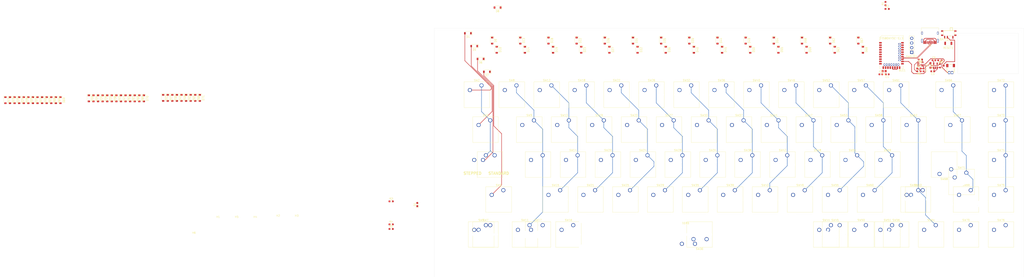
<source format=kicad_pcb>
(kicad_pcb (version 20210108) (generator pcbnew)
  (layers (0 "F.Cu" signal) (31 "B.Cu" signal) (34 "B.Paste" user) (35 "F.Paste" user) (36 "B.SilkS" user "B.Silkscreen") (37 "F.SilkS" user "F.Silkscreen") (38 "B.Mask" user) (39 "F.Mask" user) (44 "Edge.Cuts" user))
  (net 0 "")
  (net 2 "BATT_SWITCHED")
  (net 3 "VBAT")
  (net 4 "GND")
  (net 5 "Net-(C3-Pad1)")
  (net 6 "VBUS")
  (net 7 "VDD_H")
  (net 8 "P0.05")
  (net 9 "Net-(D1-Pad1)")
  (net 10 "Net-(D3-Pad1)")
  (net 11 "Net-(D4-Pad2)")
  (net 12 "Row0")
  (net 13 "Net-(D5-Pad2)")
  (net 14 "Row1")
  (net 15 "Net-(D6-Pad2)")
  (net 16 "Row2")
  (net 17 "Net-(D7-Pad2)")
  (net 18 "Row3")
  (net 19 "Net-(D8-Pad2)")
  (net 20 "Row4")
  (net 21 "Net-(D9-Pad2)")
  (net 22 "Net-(D10-Pad2)")
  (net 23 "Net-(D11-Pad2)")
  (net 24 "Net-(D12-Pad2)")
  (net 25 "Net-(D13-Pad2)")
  (net 26 "Net-(D14-Pad2)")
  (net 27 "Net-(D15-Pad2)")
  (net 28 "Net-(D16-Pad2)")
  (net 29 "Net-(D17-Pad2)")
  (net 30 "Net-(D18-Pad2)")
  (net 31 "Net-(D19-Pad2)")
  (net 32 "Net-(D20-Pad2)")
  (net 33 "Net-(D21-Pad2)")
  (net 34 "Net-(D22-Pad2)")
  (net 35 "Net-(D23-Pad2)")
  (net 36 "Net-(D24-Pad2)")
  (net 37 "Net-(D25-Pad2)")
  (net 38 "Net-(D26-Pad2)")
  (net 39 "Net-(D27-Pad2)")
  (net 40 "Net-(D28-Pad2)")
  (net 41 "Net-(D29-Pad2)")
  (net 42 "Net-(D30-Pad2)")
  (net 43 "Net-(D31-Pad2)")
  (net 44 "Net-(D32-Pad2)")
  (net 45 "Net-(D33-Pad2)")
  (net 46 "Net-(D34-Pad2)")
  (net 47 "Net-(D35-Pad2)")
  (net 48 "Net-(D36-Pad2)")
  (net 49 "Net-(D37-Pad2)")
  (net 50 "Net-(D38-Pad2)")
  (net 51 "Net-(D39-Pad2)")
  (net 52 "Net-(D40-Pad2)")
  (net 53 "Net-(D41-Pad2)")
  (net 54 "Net-(D42-Pad2)")
  (net 55 "Net-(D43-Pad2)")
  (net 56 "Net-(D44-Pad2)")
  (net 57 "Net-(D45-Pad2)")
  (net 58 "Net-(D46-Pad2)")
  (net 59 "Net-(D47-Pad2)")
  (net 60 "Net-(D48-Pad2)")
  (net 61 "Net-(D49-Pad2)")
  (net 62 "Net-(D50-Pad2)")
  (net 63 "Net-(D51-Pad2)")
  (net 64 "Net-(D52-Pad2)")
  (net 65 "Net-(D53-Pad2)")
  (net 66 "Net-(D54-Pad2)")
  (net 67 "Net-(D55-Pad2)")
  (net 68 "Net-(D56-Pad2)")
  (net 69 "Net-(D57-Pad2)")
  (net 70 "Net-(D58-Pad2)")
  (net 71 "Net-(D59-Pad2)")
  (net 72 "Net-(D60-Pad2)")
  (net 73 "Net-(D61-Pad2)")
  (net 74 "Net-(D62-Pad2)")
  (net 75 "Net-(D63-Pad2)")
  (net 76 "Net-(D64-Pad2)")
  (net 77 "Net-(D65-Pad2)")
  (net 78 "Net-(D66-Pad2)")
  (net 79 "Net-(D67-Pad2)")
  (net 80 "Net-(D68-Pad2)")
  (net 81 "Net-(D69-Pad2)")
  (net 82 "Net-(D70-Pad2)")
  (net 83 "Net-(D71-Pad2)")
  (net 91 "D-")
  (net 92 "D+")
  (net 93 "Net-(J1-PadB5)")
  (net 95 "Net-(J1-PadA5)")
  (net 96 "BATTERY_MEASURE")
  (net 97 "Net-(R6-Pad2)")
  (net 98 "Net-(R8-Pad1)")
  (net 99 "RESET")
  (net 100 "Col0")
  (net 101 "Col1")
  (net 102 "Col2")
  (net 103 "Col3")
  (net 104 "Col4")
  (net 105 "Col5")
  (net 106 "Col6")
  (net 107 "Col7")
  (net 108 "Col8")
  (net 109 "Col9")
  (net 110 "Col10")
  (net 111 "Col11")
  (net 112 "Col12")
  (net 113 "Col13")
  (net 114 "Col14")
  (net 115 "SWC")
  (net 116 "SWD")
  (net 117 "row4")
  (net 119 "row3")
  (net 127 "ENCB")
  (net 128 "ENCA")
  (net 133 "row2")
  (net 137 "col0")
  (net 138 "col1")
  (net 139 "col2")
  (net 140 "col3")
  (net 141 "col4")
  (net 142 "col5")
  (net 143 "row1")
  (net 144 "row0")
  (net 145 "Net-(BLE1-Pad13)")
  (net 146 "Net-(BLE1-Pad11)")
  (footprint "Diode_SMD:D_SOD-123" (layer "F.Cu") (at 211.858204 9.13 -90)
    (fp_text reference "D59")
    (fp_text value "D")
  )
  (footprint "Button_Switch_Keyboard:SW_Cherry_MX_1.00u_PCB" (layer "F.Cu") (at 229.9 85.725)
    (fp_text reference "SW55")
    (fp_text value ".")
  )
  (footprint "Diode_SMD:D_SOD-123" (layer "F.Cu") (at -212.4275 36.63 -90)
    (fp_text reference "D33")
    (fp_text value "D")
  )
  (footprint "MountingHole:MountingHole_4.3mm_M4" (layer "F.Cu") (at -109.005 105.543)
    (fp_text reference "H1")
    (fp_text value "MountingHole_Pad")
  )
  (footprint "Resistor_SMD:R_0603_1608Metric_Pad0.98x0.95mm_HandSolder" (layer "F.Cu") (at 284.535 14.88 180)
    (fp_text reference "R7")
    (fp_text value "100k")
  )
  (footprint "Package_TO_SOT_SMD:SOT-23-5" (layer "F.Cu") (at 282.1225 17.88 90)
    (fp_text reference "U2")
    (fp_text value "AP2112K-3.3")
  )
  (footprint "Button_Switch_Keyboard:SW_Cherry_MX_1.00u_PCB" (layer "F.Cu") (at 101.3125 47.625)
    (fp_text reference "SW19")
    (fp_text value "E")
  )
  (footprint "Resistor_SMD:R_0603_1608Metric_Pad0.98x0.95mm_HandSolder" (layer "F.Cu") (at 254.8725 -16.0325 90)
    (fp_text reference "R1")
    (fp_text value "820k")
  )
  (footprint "Resistor_SMD:R_0603_1608Metric_Pad0.98x0.95mm_HandSolder" (layer "F.Cu") (at 273.8725 14.4675 180)
    (fp_text reference "R8")
    (fp_text value "10k")
  )
  (footprint "Diode_SMD:D_SOD-123" (layer "F.Cu") (at 43.3725 -13.87 180)
    (fp_text reference "D8")
    (fp_text value "D")
  )
  (footprint "Button_Switch_Keyboard:SW_Cherry_MX_1.50u_PCB" (layer "F.Cu") (at 67.975 104.775)
    (fp_text reference "SW17")
    (fp_text value "L_ALT_1.5U")
  )
  (footprint "Capacitor_SMD:C_0603_1608Metric" (layer "F.Cu") (at 275.6225 20.13 -90)
    (fp_text reference "C4")
    (fp_text value "1uF")
  )
  (footprint "Button_Switch_Keyboard:SW_Cherry_MX_1.00u_PCB" (layer "F.Cu") (at 53.6875 28.575)
    (fp_text reference "SW8")
    (fp_text value "1")
  )
  (footprint "Diode_SMD:D_SOD-123" (layer "F.Cu") (at 196.501062 9.13 -90)
    (fp_text reference "D55")
    (fp_text value "D")
  )
  (footprint "Button_Switch_Keyboard:SW_Cherry_MX_1.00u_PCB" (layer "F.Cu") (at 225.1375 104.775)
    (fp_text reference "SW44")
    (fp_text value "R_ALT_1U")
  )
  (footprint "Button_Switch_Keyboard:SW_Cherry_MX_1.00u_PCB" (layer "F.Cu") (at 206.0875 28.575)
    (fp_text reference "SW46")
    (fp_text value "9")
  )
  (footprint "COBoards:MX_1.75U_STEPPEDCAPS" (layer "F.Cu") (at 34.47875 71.755)
    (fp_text reference "SW1" hide)
    (fp_text value "CAP_STP")
  )
  (footprint "Button_Switch_Keyboard:SW_Cherry_MX_1.00u_PCB" (layer "F.Cu") (at 153.7 85.725)
    (fp_text reference "SW35")
    (fp_text value "B")
  )
  (footprint "Button_Switch_Keyboard:SW_Cherry_MX_2.25u_PCB" (layer "F.Cu") (at 46.54375 85.725)
    (fp_text reference "SW5")
    (fp_text value "L_SHFT")
  )
  (footprint "Diode_SMD:D_SOD-123" (layer "F.Cu") (at -161.9275 35.63 -90)
    (fp_text reference "D47")
    (fp_text value "D")
  )
  (footprint "Button_Switch_Keyboard:SW_Cherry_MX_1.00u_PCB" (layer "F.Cu") (at 248.95 85.725)
    (fp_text reference "SW60")
    (fp_text value "/")
  )
  (footprint "Capacitor_SMD:C_0603_1608Metric" (layer "F.Cu") (at 252.3475 22.53)
    (fp_text reference "C2")
    (fp_text value "22pF")
  )
  (footprint "Button_Switch_Keyboard:SW_Cherry_MX_1.00u_PCB" (layer "F.Cu") (at 215.6125 47.625)
    (fp_text reference "SW47")
    (fp_text value "O")
  )
  (footprint "Button_Switch_Keyboard:SW_Cherry_MX_1.00u_PCB" (layer "F.Cu") (at 187.0375 28.575)
    (fp_text reference "SW40")
    (fp_text value "8")
  )
  (footprint "Diode_SMD:D_SOD-123" (layer "F.Cu") (at -123.9275 35.38 -90)
    (fp_text reference "D61")
    (fp_text value "D")
  )
  (footprint "Button_Switch_Keyboard:SW_Cherry_MX_1.00u_PCB" (layer "F.Cu") (at 163.225 66.675)
    (fp_text reference "SW34")
    (fp_text value "H")
  )
  (footprint "MountingHole:MountingHole_4.3mm_M4" (layer "F.Cu") (at -76.235 104.883)
    (fp_text reference "H2")
    (fp_text value "MountingHole_Pad")
  )
  (footprint "COBoards:E73-2G4M08S1C" (layer "F.Cu") (at 251.6225 19.38 180)
    (fp_text reference "BLE1")
    (fp_text value "E73-2G4M08S1C")
  )
  (footprint "Button_Switch_Keyboard:SW_Cherry_MX_1.00u_PCB" (layer "F.Cu") (at 191.8 85.725)
    (fp_text reference "SW43")
    (fp_text value "M")
  )
  (footprint "Diode_SMD:D_SOD-123" (layer "F.Cu") (at -118.9275 35.38 -90)
    (fp_text reference "D71")
    (fp_text value "D")
  )
  (footprint "Diode_SMD:D_SOD-123" (layer "F.Cu") (at -209.9275 36.63 -90)
    (fp_text reference "D37")
    (fp_text value "D")
  )
  (footprint "Diode_SMD:D_SOD-123" (layer "F.Cu") (at -156.9275 35.63 -90)
    (fp_text reference "D57")
    (fp_text value "D")
  )
  (footprint "Button_Switch_Keyboard:SW_Cherry_MX_1.00u_PCB" (layer "F.Cu") (at 234.6625 47.625)
    (fp_text reference "SW53")
    (fp_text value "P")
  )
  (footprint "Diode_SMD:D_SOD-123" (layer "F.Cu") (at 27.2225 0.13 180)
    (fp_text reference "D4")
    (fp_text value "D")
  )
  (footprint "Button_Switch_Keyboard:SW_Cherry_MX_1.00u_PCB" (layer "F.Cu") (at 72.7375 28.575)
    (fp_text reference "SW12")
    (fp_text value "2")
  )
  (footprint "Button_Switch_Keyboard:SW_Cherry_MX_1.00u_PCB" (layer "F.Cu") (at 320.3875 85.725)
    (fp_text reference "SW75")
    (fp_text value "PG_DWN")
  )
  (footprint "Diode_SMD:D_SOD-123" (layer "F.Cu") (at 89.001068 9.13 -90)
    (fp_text reference "D23")
    (fp_text value "D")
  )
  (footprint "Button_Switch_Keyboard:SW_Cherry_MX_1.00u_PCB" (layer "F.Cu") (at 225.1375 28.575)
    (fp_text reference "SW52")
    (fp_text value "0")
  )
  (footprint "LED_SMD:LED_0603_1608Metric_Pad1.05x0.95mm_HandSolder" (layer "F.Cu") (at -0.3775 93.53 90)
    (fp_text reference "D1")
    (fp_text value "LED")
  )
  (footprint "Button_Switch_Keyboard:SW_Cherry_MX_1.00u_PCB" (layer "F.Cu") (at 201.325 66.675)
    (fp_text reference "SW42")
    (fp_text value "K")
  )
  (footprint "Button_Switch_Keyboard:SW_Cherry_MX_1.00u_PCB" (layer "F.Cu") (at 320.3875 47.625)
    (fp_text reference "SW73")
    (fp_text value "Del")
  )
  (footprint "Diode_SMD:D_SOD-123" (layer "F.Cu") (at 242.5725 9.13 -90)
    (fp_text reference "D68")
    (fp_text value "D")
  )
  (footprint "Diode_SMD:D_SOD-123" (layer "F.Cu") (at -164.4275 35.63 -90)
    (fp_text reference "D42")
    (fp_text value "D")
  )
  (footprint "Diode_SMD:D_SOD-123" (layer "F.Cu") (at 117.215352 4.13 -90)
    (fp_text reference "D31")
    (fp_text value "D")
  )
  (footprint "Diode_SMD:D_SOD-123" (layer "F.Cu") (at 101.85821 4.13 -90)
    (fp_text reference "D26")
    (fp_text value "D")
  )
  (footprint "Diode_SMD:D_SOD-123" (layer "F.Cu") (at 150.429636 9.13 -90)
    (fp_text reference "D40")
    (fp_text value "D")
  )
  (footprint "Button_Switch_Keyboard:SW_Cherry_MX_1.00u_PCB" (layer "F.Cu") (at 301.3375 85.725)
    (fp_text reference "SW69")
    (fp_text value "UP")
  )
  (footprint "Button_Switch_Keyboard:SW_Cherry_MX_1.00u_PCB" (layer "F.Cu") (at 106.075 66.675)
    (fp_text reference "SW20")
    (fp_text value "D")
  )
  (footprint "Package_TO_SOT_SMD:SOT-23-5" (layer "F.Cu") (at 273.8725 16.88)
    (fp_text reference "U1")
    (fp_text value "TP4054")
  )
  (footprint "Button_Switch_Keyboard:SW_Cherry_MX_1.75u_PCB" (layer "F.Cu") (at 275.14375 85.725)
    (fp_text reference "SW63")
    (fp_text value "R_SHFT_1.75U")
  )
  (footprint "Diode_SMD:D_SOD-123" (layer "F.Cu") (at -217.4275 36.63 -90)
    (fp_text reference "D24")
    (fp_text value "D")
  )
  (footprint "Diode_SMD:D_SOD-123" (layer "F.Cu") (at 132.572494 4.13 -90)
    (fp_text reference "D35")
    (fp_text value "D")
  )
  (footprint "LED_SMD:LED_0603_1608Metric_Pad1.05x0.95mm_HandSolder" (layer "F.Cu") (at 273.1225 19.38)
    (fp_text reference "D3")
    (fp_text value "LED")
  )
  (footprint "MountingHole:MountingHole_4.3mm_M4" (layer "F.Cu") (at -98.855 105.543)
    (fp_text reference "H5")
    (fp_text value "MountingHole_Pad")
  )
  (footprint "Diode_SMD:D_SOD-123" (layer "F.Cu") (at 165.786778 9.13 -90)
    (fp_text reference "D45")
    (fp_text value "D")
  )
  (footprint "Diode_SMD:D_SOD-123" (layer "F.Cu") (at -133.9275 35.38 -90)
    (fp_text reference "D30")
    (fp_text value "D")
  )
  (footprint "COBoards:SM02B-SRSS-TB(LF)(SN)" (layer "F.Cu") (at 290.3725 19.63 180)
    (fp_text reference "J2")
    (fp_text value "SM02B-SRSS-TB(LF)(SN)")
  )
  (footprint "Diode_SMD:D_SOD-123" (layer "F.Cu") (at 71.143926 4.13 -90)
    (fp_text reference "D18")
    (fp_text value "D")
  )
  (footprint "MountingHole:MountingHole_4.3mm_M4" (layer "F.Cu") (at -88.705 105.543)
    (fp_text reference "H4")
    (fp_text value "MountingHole_Pad")
  )
  (footprint "Diode_SMD:D_SOD-123" (layer "F.Cu") (at -128.9275 35.38 -90)
    (fp_text reference "D48")
    (fp_text value "D")
  )
  (footprint "Diode_SMD:D_SOD-123" (layer "F.Cu") (at 58.286784 9.13 -90)
    (fp_text reference "D14")
    (fp_text value "D")
  )
  (footprint "Diode_SMD:D_SOD-123" (layer "F.Cu") (at -131.4275 35.38 -90)
    (fp_text reference "D43")
    (fp_text value "D")
  )
  (footprint "Diode_SMD:D_SOD-123" (layer "F.Cu") (at -126.4275 35.38 -90)
    (fp_text reference "D53")
    (fp_text value "D")
  )
  (footprint "Diode_SMD:D_SOD-123" (layer "F.Cu") (at -214.9275 36.63 -90)
    (fp_text reference "D28")
    (fp_text value "D")
  )
  (footprint "Diode_SMD:D_SOD-323_HandSoldering" (layer "F.Cu") (at 279.3725 17.63 90)
    (fp_text reference "D2")
    (fp_text value "1N5819")
  )
  (footprint "Diode_SMD:D_SOD-123" (layer "F.Cu") (at -174.4275 35.63 -90)
    (fp_text reference "D25")
    (fp_text value "D")
  )
  (footprint "Diode_SMD:D_SOD-123" (layer "F.Cu") (at 163.286778 4.13 -90)
    (fp_text reference "D44")
    (fp_text value "D")
  )
  (footprint "Button_Switch_Keyboard:SW_Cherry_MX_1.50u_PCB" (layer "F.Cu") (at 39.4 47.625)
    (fp_text reference "SW3")
    (fp_text value "Tab")
  )
  (footprint "Button_Switch_Keyboard:SW_Cherry_MX_1.50u_PCB" (layer "F.Cu") (at 272.7625 85.725)
    (fp_text reference "SW65")
    (fp_text value "R_SHFT_1.5U")
  )
  (footprint "Resistor_SMD:R_0603_1608Metric_Pad0.98x0.95mm_HandSolder" (layer "F.Cu") (at -14.6275 106.84)
    (fp_text reference "R5")
    (fp_text value "1k")
  )
  (footprint "Diode_SMD:D_SOD-123" (layer "F.Cu") (at 178.64392 4.13 -90)
    (fp_text reference "D49")
    (fp_text value "D")
  )
  (footprint "Button_Switch_Keyboard:SW_Cherry_MX_6.25u_PCB" (layer "F.Cu") (at 94.01 119.38 180)
    (fp_text reference "SW30")
    (fp_text value "SPC_6.25U")
  )
  (footprint "Diode_SMD:D_SOD-123" (layer "F.Cu") (at 86.501068 4.13 -90)
    (fp_text reference "D22")
    (fp_text value "D")
  )
  (footprint "Diode_SMD:D_SOD-123" (layer "F.Cu") (at -194.9275 36.63 -90)
    (fp_text reference "D69")
    (fp_text value "D")
  )
  (footprint "Connector_USB:USB_C_Receptacle_HRO_TYPE-C-31-M-12" (layer "F.Cu") (at 279.1225 1.13 180)
    (fp_text reference "J1")
    (fp_text value "C165948_-_USB_C_Receptacle_USB2.0_SMD")
  )
  (footprint "Diode_SMD:D_SOD-123" (layer "F.Cu") (at -199.9275 36.63 -90)
    (fp_text reference "D56")
    (fp_text value "D")
  )
  (footprint "Button_Switch_Keyboard:SW_Cherry_MX_1.00u_PCB" (layer "F.Cu") (at 120.3625 47.625)
    (fp_text reference "SW23")
    (fp_text value "R")
  )
  (footprint "Button_Switch_Keyboard:SW_Cherry_MX_1.50u_PCB" (layer "F.Cu") (at 258.475 104.775)
    (fp_text reference "SW51")
    (fp_text value "R_CTRL_1.5U")
  )
  (footprint "Capacitor_SMD:C_0603_1608Metric" (layer "F.Cu") (at 255.8475 22.53 180)
    (fp_text reference "C1")
    (fp_text value "22pF")
  )
  (footprint "Resistor_SMD:R_0603_1608Metric_Pad0.98x0.95mm_HandSolder" (layer "F.Cu") (at 273.1225 20.88 180)
    (fp_text reference "R6")
    (fp_text value "1k")
  )
  (footprint "COBoards:SW-TH_MSK12C02" (layer "F.Cu") (at 289.3725 0.63 180)
    (fp_text reference "BATT1")
    (fp_text value "SW_SPDT" hide)
  )
  (footprint "Diode_SMD:D_SOD-123" (layer "F.Cu") (at -171.9275 35.63 -90)
    (fp_text reference "D29")
    (fp_text value "D")
  )
  (footprint "Diode_SMD:D_SOD-123" (layer "F.Cu") (at -224.9275 36.63 -90)
    (fp_text reference "D11")
    (fp_text value "D")
  )
  (footprint "Button_Switch_Keyboard:SW_Cherry_MX_1.00u_PCB" (layer "F.Cu") (at 282.2875 104.775)
    (fp_text reference "SW64")
    (fp_text value "LEFT")
  )
  (footprint "Capacitor_SMD:C_0603_1608Metric" (layer "F.Cu") (at 281.285 14.88)
    (fp_text reference "C5")
    (fp_text value "10uF")
  )
  (footprint "Button_Switch_Keyboard:SW_Cherry_MX_1.00u_PCB" (layer "F.Cu") (at 144.175 66.675)
    (fp_text reference "SW28")
    (fp_text value "G")
  )
  (footprint "Diode_SMD:D_SOD-123" (layer "F.Cu") (at -154.4275 35.63 -90)
    (fp_text reference "D60")
    (fp_text value "D")
  )
  (footprint "COBoards:MX_7U" (layer "F.Cu") (at 146.3975 109.855 180)
    (fp_text reference "SW31")
    (fp_text value "SPC_7U")
  )
  (footprint "Button_Switch_Keyboard:SW_Cherry_MX_1.00u_PCB" (layer "F.Cu") (at 125.125 66.675)
    (fp_text reference "SW24")
    (fp_text value "F")
  )
  (footprint "Diode_SMD:D_SOD-123" (layer "F.Cu") (at 73.643926 9.13 -90)
    (fp_text reference "D19")
    (fp_text value "D")
  )
  (footprint "Button_Switch_Keyboard:SW_Cherry_MX_1.00u_PCB" (layer "F.Cu") (at 91.7875 28.575)
    (fp_text reference "SW18")
    (fp_text value "3")
  )
  (footprint "Button_Switch_Keyboard:SW_Cherry_MX_1.00u_PCB" (layer "F.Cu") (at 320.3875 104.775)
    (fp_text reference "SW76")
    (fp_text value "RIGHT")
  )
  (footprint "Diode_SMD:D_SOD-123" (layer "F.Cu") (at 224.715346 4.13 -90)
    (fp_text reference "D62")
    (fp_text value "D")
  )
  (footprint "Button_Switch_Keyboard:SW_Cherry_MX_1.00u_PCB" (layer "F.Cu") (at 172.75 85.725)
    (fp_text reference "SW39")
    (fp_text value "N")
  )
  (footprint "Diode_SMD:D_SOD-123" (layer "F.Cu") (at 34.1225 14.13 180)
    (fp_text reference "D6")
    (fp_text value "D")
  )
  (footprint "Button_Switch_Keyboard:SW_Cherry_MX_1.00u_PCB" (layer "F.Cu") (at 258.475 66.675)
    (fp_text reference "SW59")
    (fp_text value "'")
  )
  (footprint "Button_Switch_Keyboard:SW_Cherry_MX_1.00u_PCB" (layer "F.Cu") (at 82.2625 47.625)
    (fp_text reference "SW13")
    (fp_text value "W")
  )
  (footprint "Diode_SMD:D_SOD-123" (layer "F.Cu") (at -159.4275 35.63 -90)
    (fp_text reference "D52")
    (fp_text value "D")
  )
  (footprint "Capacitor_SMD:C_0603_1608Metric" (layer "F.Cu") (at 280.6225 20.88 180)
    (fp_text reference "C3")
    (fp_text value "4.7uF")
  )
  (footprint "Diode_SMD:D_SOD-123" (layer "F.Cu") (at 37.5725 21.13 180)
    (fp_text reference "D7")
    (fp_text value "D")
  )
  (footprint "Diode_SMD:D_SOD-123" (layer "F.Cu") (at 227.215346 9.13 -90)
    (fp_text reference "D63")
    (fp_text value "D")
  )
  (footprint "Diode_SMD:D_SOD-123" (layer "F.Cu") (at -202.4275 36.63 -90)
    (fp_text reference "D51")
    (fp_text value "D")
  )
  (footprint "Diode_SMD:D_SOD-123" (layer "F.Cu") (at 240.0725 4.13 -90)
    (fp_text reference "D67")
    (fp_text value "D")
  )
  (footprint "Diode_SMD:D_SOD-123" (layer "F.Cu") (at -197.4275 36.63 -90)
    (fp_text reference "D64")
    (fp_text value "D")
  )
  (footprint "Button_Switch_Keyboard:SW_Cherry_MX_1.25u_PCB" (layer "F.Cu") (at 37.01875 104.775)
    (fp_text reference "SW6")
    (fp_text value "L_CTRL_1.25U")
  )
  (footprint "Resistor_SMD:R_0603_1608Metric_Pad0.98x0.95mm_HandSolder" (layer "F.Cu") (at -14.6275 91.78)
    (fp_text reference "R3")
    (fp_text value "5.1k")
  )
  (footprint "Diode_SMD:D_SOD-123" (layer "F.Cu") (at -219.9275 36.63 -90)
    (fp_text reference "D20")
    (fp_text value "D")
  )
  (footprint "Button_Switch_Keyboard:SW_Cherry_MX_1.00u_PCB" (layer "F.Cu") (at 63.2125 47.625)
    (fp_text reference "SW9")
    (fp_text value "Q")
  )
  (footprint "Button_Switch_Keyboard:SW_Cherry_MX_1.00u_PCB" (layer "F.Cu") (at 110.8375 28.575)
    (fp_text reference "SW22")
    (fp_text value "4")
  )
  (footprint "Diode_SMD:D_SOD-123" (layer "F.Cu") (at -138.9275 35.38 -90)
    (fp_text reference "D12")
    (fp_text value "D")
  )
  (footprint "MountingHole:MountingHole_4.3mm_M4" (layer "F.Cu") (at -122.155 114.193)
    (fp_text reference "H6")
    (fp_text value "MountingHole_Pad")
  )
  (footprint "Button_Switch_Keyboard:SW_Cherry_MX_1.00u_PCB" (layer "F.Cu") (at 34.6375 28.575)
    (fp_text reference "SW2")
    (fp_text value "ESC")
  )
  (footprint "Button_Switch_Keyboard:SW_Cherry_MX_1.00u_PCB" (layer "F.Cu") (at 196.5625 47.625)
    (fp_text reference "SW41")
    (fp_text value "I")
  )
  (footprint "Button_Switch_Keyboard:SW_Cherry_MX_1.00u_PCB" (layer "F.Cu") (at 167.9875 28.575)
    (fp_text reference "SW36")
    (fp_text value "7")
  )
  (footprint "Diode_SMD:D_SOD-123" (layer "F.Cu") (at -176.9275 35.63 -90)
    (fp_text reference "D21")
    (fp_text value "D")
  )
  (footprint "Diode_SMD:D_SOD-123" (layer "F.Cu") (at -222.4275 36.63 -90)
    (fp_text reference "D15")
    (fp_text value "D")
  )
  (footprint "Diode_SMD:D_SOD-123" (layer "F.Cu") (at 209.358204 4.13 -90)
    (fp_text reference "D58")
    (fp_text value "D")
  )
  (footprint "Diode_SMD:D_SOD-123" (layer "F.Cu") (at 42.929642 9.13 -90)
    (fp_text reference "D10")
    (fp_text value "D")
  )
  (footprint "Diode_SMD:D_SOD-123" (layer "F.Cu") (at 55.786784 4.13 -90)
    (fp_text reference "D13")
    (fp_text value "D")
  )
  (footprint "Button_Switch_Keyboard:SW_Cherry_MX_1.00u_PCB" (layer "F.Cu") (at 129.8875 28.575)
    (fp_text reference "SW26")
    (fp_text value "5")
  )
  (footprint "Diode_SMD:D_SOD-123" (layer "F.Cu") (at 181.14392 9.13 -90)
    (fp_text reference "D50")
    (fp_text value "D")
  )
  (footprint "Button_Switch_Keyboard:SW_Cherry_MX_1.00u_PCB" (layer "F.Cu") (at 87.025 66.675)
    (fp_text reference "SW14")
    (fp_text value "S")
  )
  (footprint "Button_Switch_Keyboard:SW_Cherry_MX_2.25u_PCB" (layer "F.Cu") (at 265.46 81.28 180)
    (fp_text reference "SW68")
    (fp_text value "ENT")
  )
  (footprint "Diode_SMD:D_SOD-123" (layer "F.Cu") (at 119.715352 9.13 -90)
    (fp_text reference "D32")
    (fp_text value "D")
  )
  (footprint "Button_Switch_Keyboard:SW_Cherry_MX_1.00u_PCB" (layer "F.Cu") (at 77.5 85.725)
    (fp_text reference "SW15")
    (fp_text value "Z")
  )
  (footprint "Diode_SMD:D_SOD-123" (layer "F.Cu") (at 194.001062 4.13 -90)
    (fp_text reference "D54")
    (fp_text value "D")
  )
  (footprint "Diode_SMD:D_SOD-123" (layer "F.Cu") (at -166.9275 35.63 -90)
    (fp_text reference "D38")
    (fp_text value "D")
  )
  (footprint "Button_Switch_Keyboard:SW_Cherry_MX_ISOEnter_PCB" (layer "F.Cu") (at 298.95625 76.2)
    (fp_text reference "SW71")
    (fp_text value "ENT_ISO")
  )
  (footprint "Crystal:Crystal_SMD_MicroCrystal_CM9V-T1A-2Pin_1.6x1.0mm_HandSoldering" (layer "F.Cu") (at 254.1225 20.78 180)
    (fp_text reference "Y1")
    (fp_text value "32.768kHz")
  )
  (footprint "Diode_SMD:D_SOD-123" (layer "F.Cu") (at -204.9275 36.63 -90)
    (fp_text reference "D46")
    (fp_text value "D")
  )
  (footprint "MountingHole:MountingHole_4.3mm_M4" (layer "F.Cu") (at -66.085 104.883)
    (fp_text reference "H3")
    (fp_text value "MountingHole_Pad")
  )
  (footprint "Diode_SMD:D_SOD-123" (layer "F.Cu") (at 104.35821 9.13 -90)
    (fp_text reference "D27")
    (fp_text value "D")
  )
  (footprint "Button_Switch_Keyboard:SW_Cherry_MX_1.25u_PCB" (layer "F.Cu") (at 84.64375 104.775)
    (fp_text reference "SW16")
    (fp_text value "L_ALT_1.25U")
  )
  (footprint "Package_TO_SOT_SMD:SOT-23" (layer "F.Cu") (at 285.6225 17.88)
    (fp_text reference "Q1")
    (fp_text value "Q_PMOS_GSD")
  )
  (footprint "Button_Switch_Keyboard:SW_Cherry_MX_1.00u_PCB" (layer "F.Cu") (at 263.2375 28.575)
    (fp_text reference "SW61")
    (fp_text value "=")
  )
  (footprint "Button_Switch_Keyboard:SW_Cherry_MX_1.00u_PCB" (layer "F.Cu") (at 139.4125 47.625)
    (fp_text reference "SW27")
    (fp_text value "T")
  )
  (footprint "Button_Switch_Keyboard:SW_Cherry_MX_1.50u_PCB" (layer "F.Cu") (at 296.575 47.625)
    (fp_text reference "SW67")
    (fp_text value "\\")
  )
  (footprint "Resistor_SMD:R_0603_1608Metric_Pad0.98x0.95mm_HandSolder" (layer "F.Cu") (at -14.6275 104.33)
    (fp_text reference "R4")
    (fp_text value "5.1k")
  )
  (footprint "Diode_SMD:D_SOD-123" (layer "F.Cu") (at 147.929636 4.13 -90)
    (fp_text reference "D39")
    (fp_text value "D")
  )
  (footprint "Button_Switch_Keyboard:SW_Cherry_MX_1.25u_PCB" (layer "F.Cu") (at 60.83125 104.775)
    (fp_text reference "SW11")
    (fp_text value "WIN_1.25U")
  )
  (footprint "Button_Switch_Keyboard:SW_Cherry_MX_1.00u_PCB" (layer "F.Cu") (at 253.7125 47.625)
    (fp_text reference "SW58")
    (fp_text value "[")
  )
  (footprint "Button_Switch_Keyboard:SW_Cherry_MX_1.50u_PCB" (layer "F.Cu") (at 39.4 104.775)
    (fp_text reference "SW7")
    (fp_text value "L_CTRL_1.5U")
  )
  (footprint "Button_Switch_Keyboard:SW_Cherry_MX_1.00u_PCB" (layer "F.Cu") (at 148.9375 28.575)
    (fp_text reference "SW32")
    (fp_text value "6")
  )
  (footprint "Button_Switch_Keyboard:SW_Cherry_MX_1.00u_PCB" (layer "F.Cu") (at 177.5125 47.625)
    (fp_text reference "SW37")
    (fp_text value "U")
  )
  (footprint "Button_Switch_Keyboard:SW_Cherry_MX_1.00u_PCB" (layer "F.Cu") (at 263.2375 104.775)
    (fp_text reference "SW56")
    (fp_text value "R_CTRL_1U")
  )
  (footprint "Button_Switch_Keyboard:SW_Cherry_MX_1.00u_PCB" (layer "F.Cu") (at 244.1875 28.575)
    (fp_text reference "SW57")
    (fp_text value "-")
  )
  (footprint "Button_Switch_Keyboard:SW_Cherry_MX_1.00u_PCB" (layer "F.Cu") (at 244.1875 104.775)
    (fp_text reference "SW50")
    (fp_text value "R_WIN_1U")
  )
  (footprint "Diode_SMD:D_SOD-123" (layer "F.Cu") (at -136.4275 35.38 -90)
    (fp_text reference "D17")
    (fp_text value "D")
  )
  (footprint "Button_Switch_Keyboard:SW_Cherry_MX_1.00u_PCB" (layer "F.Cu") (at 96.55 85.725)
    (fp_text reference "SW21")
    (fp_text value "X")
  )
  (footprint "Button_Switch_Keyboard:SW_Cherry_MX_1.00u_PCB" (layer "F.Cu") (at 272.7625 47.625)
    (fp_text reference "SW62")
    (fp_text value "]")
  )
  (footprint "Diode_SMD:D_SOD-123" (layer "F.Cu") (at 135.072494 9.13 -90)
    (fp_text reference "D36")
    (fp_text value "D")
  )
  (footprint "Button_Switch_Keyboard:SW_Cherry_MX_1.00u_PCB" (layer "F.Cu") (at 134.65 85.725)
    (fp_text reference "SW29")
    (fp_text value "V")
  )
  (footprint "Diode_SMD:D_SOD-123" (layer "F.Cu") (at -207.4275 36.63 -90)
    (fp_text reference "D41")
    (fp_text value "D")
  )
  (footprint "Button_Switch_Keyboard:SW_Cherry_MX_1.00u_PCB" (layer "F.Cu") (at 182.275 66.675)
    (fp_text reference "SW38")
    (fp_text value "J")
  )
  (footprint "Button_Switch_Keyboard:SW_Cherry_MX_1.00u_PCB" (layer "F.Cu") (at 220.375 66.675)
    (fp_text reference "SW48")
    (fp_text value "L")
  )
  (footprint "Button_Switch_Keyboard:SW_Cherry_MX_1.00u_PCB" (layer "F.Cu") (at 158.4625 47.625)
    (fp_text reference "SW33")
    (fp_text value "Y")
  )
  (footprint "Button_Switch_Keyboard:SW_Cherry_MX_1.00u_PCB" (layer "F.Cu") (at 210.85 85.725)
    (fp_text reference "SW49")
    (fp_text value ",")
  )
  (footprint "Button_Switch_Keyboard:SW_Cherry_MX_1.00u_PCB" (layer "F.Cu") (at 320.3875 28.575)
    (fp_text reference "SW72")
    (fp_text value "Tilde")
  )
  (footprint "Diode_SMD:D_SOD-123" (layer "F.Cu") (at -179.4275 35.63 -90)
    (fp_text reference "D16")
    (fp_text value "D")
  )
  (footprint "Button_Switch_Keyboard:SW_Cherry_MX_1.00u_PCB" (layer "F.Cu") (at 301.3375 104.775)
    (fp_text reference "SW70")
    (fp_text value "DOWN")
  )
  (footprint "Button_Switch_SMD:SW_SPST_B3U-1000P" (layer "F.Cu") (at 289.1225 5.63 180)
    (fp_text reference "RESET1")
    (fp_text value "SW_Push")
  )
  (footprint "Connector_PinHeader_2.54mm:PinHeader_1x04_P2.54mm_Vertical" (layer "F.Cu") (at 269.1725 10.53 180)
    (fp_text reference "SWD/C1")
    (fp_text value "Conn_01x04_Female")
  )
  (footprint "Button_Switch_Keyboard:SW_Cherry_MX_1.00u_PCB" (layer "F.Cu") (at 320.3875 66.675)
    (fp_text reference "SW74")
    (fp_text value "PG_UP")
  )
  (footprint "Button_Switch_Keyboard:SW_Cherry_MX_1.50u_PCB" (layer "F.Cu") (at 229.9 104.775)
    (fp_text reference "SW45")
    (fp_text value "R_ALT_1.5U")
  )
  (footprint "Diode_SMD:D_SOD-123" (layer "F.Cu") (at 40.429642 4.13 -90)
    (fp_text reference "D9")
    (fp_text value "D")
  )
  (footprint "Button_Switch_Keyboard:SW_Cherry_MX_1.75u_PCB" (layer "F.Cu") (at 41.78125 66.675)
    (fp_text reference "SW4" hide)
    (fp_text value "CAP")
  )
  (footprint "Button_Switch_Keyboard:SW_Cherry_MX_2.00u_PCB" (layer "F.Cu") (at 291.8125 28.575)
    (fp_text reference "SW66")
    (fp_text value "BCKSP")
  )
  (footprint "Button_Switch_Keyboard:SW_Cherry_MX_1.00u_PCB" (layer "F.Cu") (at 67.975 66.675)
    (fp_text reference "SW10" hide)
    (fp_text value "A")
  )
  (footprint "Diode_SMD:D_SOD-123" (layer "F.Cu") (at -151.9275 35.63 -90)
    (fp_text reference "D65")
    (fp_text value "D")
  )
  (footprint "Button_Switch_Keyboard:SW_Cherry_MX_1.00u_PCB" (layer "F.Cu") (at 115.6 85.725)
    (fp_text reference "SW25")
    (fp_text value "C")
  )
  (footprint "Diode_SMD:D_SOD-123" (layer "F.Cu") (at 30.6725 7.13 180)
    (fp_text reference "D5")
    (fp_text value "D")
  )
  (footprint "Diode_SMD:D_SOD-123" (layer "F.Cu") (at -149.4275 35.63 -90)
    (fp_text reference "D70")
    (fp_text value "D")
  )
  (footprint "Button_Switch_Keyboard:SW_Cherry_MX_1.00u_PCB" (layer "F.Cu") (at 239.425 66.675)
    (fp_text reference "SW54")
    (fp_text value ";")
  )
  (footprint "Resistor_SMD:R_0603_1608Metric_Pad0.98x0.95mm_HandSolder" (layer "F.Cu") (at 255.785 -13.12)
    (fp_text reference "R2")
    (fp_text value "2M")
  )
  (footprint "Diode_SMD:D_SOD-123" (layer "F.Cu") (at -169.4275 35.63 -90)
    (fp_text reference "D34")
    (fp_text value "D")
  )
  (footprint "Diode_SMD:D_SOD-123" (layer "F.Cu") (at -121.4275 35.38 -90)
    (fp_text reference "D66")
    (fp_text value "D")
  )
  (gr_rect (start 330.3725 -2.60125) (end 8.90375 133.13) (layer "Edge.Cuts") (width 0.05) (fill none))
  (gr_rect (start 327.3725 0.13) (end 294.3725 22.13) (layer "Edge.Cuts") (width 0.05) (fill none))
  (gr_text "STEPPED\n" (at 29.71625 76.5175) (layer "F.SilkS") (effects (font (size 1.5 1.5) (thickness 0.3))))
  (gr_text "STANDARD" (at 44.00375 76.5175) (layer "F.SilkS") (effects (font (size 1.5 1.5) (thickness 0.3))))
  (segment (start 288.1225 15.63) (end 292.6225 15.63) (width 0.3) (layer "F.Cu") (net 2))
  (segment (start 292.6225 15.63) (end 292.6225 4.13) (width 0.3) (layer "F.Cu") (net 2))
  (segment (start 290.1725 3.88) (end 288.6225 2.33) (width 0.3) (layer "F.Cu") (net 2))
  (segment (start 292.3725 3.88) (end 290.1725 3.88) (width 0.3) (layer "F.Cu") (net 2))
  (segment (start 292.6225 4.13) (end 292.3725 3.88) (width 0.3) (layer "F.Cu") (net 2))
  (segment (start 286.6225 17.13) (end 288.1225 15.63) (width 0.3) (layer "F.Cu") (net 2))
  (segment (start 286.6225 17.88) (end 286.6225 17.13) (width 0.3) (layer "F.Cu") (net 2))
  (segment (start 286.24748 14.00498) (end 279.49752 14.00498) (width 0.3) (layer "F.Cu") (net 3))
  (segment (start 279.49752 14.00498) (end 276.37252 17.12998) (width 0.3) (layer "F.Cu") (net 3))
  (segment (start 274.269674 17.12998) (end 273.569654 17.83) (width 0.3) (layer "F.Cu") (net 3))
  (segment (start 273.569654 17.83) (end 272.735 17.83) (width 0.3) (layer "F.Cu") (net 3))
  (segment (start 285.6225 18.63) (end 285.6225 16.63) (width 0.3) (layer "F.Cu") (net 3))
  (segment (start 288.5975 21.605) (end 285.6225 18.63) (width 0.3) (layer "F.Cu") (net 3))
  (segment (start 286.8725 14.63) (end 286.24748 14.00498) (width 0.3) (layer "F.Cu") (net 3))
  (segment (start 285.6225 16.63) (end 286.8725 15.38) (width 0.3) (layer "F.Cu") (net 3))
  (segment (start 289.5725 21.605) (end 288.5975 21.605) (width 0.3) (layer "F.Cu") (net 3))
  (segment (start 276.37252 17.12998) (end 274.269674 17.12998) (width 0.3) (layer "F.Cu") (net 3))
  (segment (start 286.8725 15.38) (end 286.8725 14.63) (width 0.3) (layer "F.Cu") (net 3))
  (segment (start 282.3725 5.175) (end 282.487521 5.059979) (width 0.3) (layer "F.Cu") (net 4))
  (segment (start 275.757479 3.495021) (end 275.757479 5.059979) (width 0.3) (layer "F.Cu") (net 4))
  (segment (start 276.3725 2.88) (end 275.757479 3.495021) (width 0.3) (layer "F.Cu") (net 4))
  (segment (start 281.865532 2.88) (end 276.3725 2.88) (width 0.3) (layer "F.Cu") (net 4))
  (segment (start 282.487521 3.501989) (end 281.865532 2.88) (width 0.3) (layer "F.Cu") (net 4))
  (segment (start 282.487521 5.059979) (end 282.487521 3.501989) (width 0.3) (layer "F.Cu") (net 4))
  (segment (start 275.757479 5.059979) (end 275.8725 5.175) (width 0.3) (layer "F.Cu") (net 4))
  (segment (start 284.6225 18.83) (end 283.26 18.83) (width 0.25) (layer "F.Cu") (net 5))
  (segment (start 283.0725 19.68) (end 281.8725 20.88) (width 0.25) (layer "F.Cu") (net 5))
  (segment (start 279.3725 18.88) (end 281.035 18.88) (width 0.25) (layer "F.Cu") (net 5))
  (segment (start 281.035 18.88) (end 281.1725 19.0175) (width 0.25) (layer "F.Cu") (net 5))
  (segment (start 283.0725 19.0175) (end 283.0725 19.68) (width 0.25) (layer "F.Cu") (net 5))
  (segment (start 281.3975 20.88) (end 281.3975 19.2425) (width 0.25) (layer "F.Cu") (net 5))
  (segment (start 281.8725 20.88) (end 281.3975 20.88) (width 0.25) (layer "F.Cu") (net 5))
  (segment (start 281.3975 19.2425) (end 281.1725 19.0175) (width 0.25) (layer "F.Cu") (net 5))
  (segment (start 283.26 18.83) (end 283.0725 19.0175) (width 0.25) (layer "F.Cu") (net 5))
  (segment (start 264.1225 15.51) (end 267.5025 15.51) (width 0.3) (layer "F.Cu") (net 6))
  (segment (start 279.3725 17.13) (end 279.3725 16.38) (width 0.3) (layer "F.Cu") (net 6))
  (segment (start 275.6225 19.355) (end 275.6225 18.4425) (width 0.3) (layer "F.Cu") (net 6))
  (segment (start 285.4475 14.88) (end 284.6225 15.705) (width 0.3) (layer "F.Cu") (net 6))
  (segment (start 275.756412 22.13) (end 276.6225 21.263912) (width 0.3) (layer "F.Cu") (net 6))
  (segment (start 281.5725 5.175) (end 281.5725 4.27998) (width 0.3) (layer "F.Cu") (net 6))
  (segment (start 275.5975 19.38) (end 275.6225 19.355) (width 0.3) (layer "F.Cu") (net 6))
  (segment (start 284.325346 16.93) (end 283.450326 17.80502) (width 0.3) (layer "F.Cu") (net 6))
  (segment (start 273.9975 19.38) (end 275.5975 19.38) (width 0.3) (layer "F.Cu") (net 6))
  (segment (start 277.9225 17.83) (end 277.4225 17.83) (width 0.3) (layer "F.Cu") (net 6))
  (segment (start 267.5025 15.51) (end 269.1225 17.13) (width 0.3) (layer "F.Cu") (net 6))
  (segment (start 276.6225 21.263912) (end 276.6225 18.63) (width 0.3) (layer "F.Cu") (net 6))
  (segment (start 275.6225 18.4425) (end 275.01 17.83) (width 0.3) (layer "F.Cu") (net 6))
  (segment (start 270.1225 22.13) (end 275.756412 22.13) (width 0.3) (layer "F.Cu") (net 6))
  (segment (start 269.1225 17.13) (end 269.1225 21.13) (width 0.3) (layer "F.Cu") (net 6))
  (segment (start 269.1225 21.13) (end 270.1225 22.13) (width 0.3) (layer "F.Cu") (net 6))
  (segment (start 284.6225 15.705) (end 284.6225 16.93) (width 0.3) (layer "F.Cu") (net 6))
  (segment (start 279.3725 16.38) (end 277.9225 17.83) (width 0.3) (layer "F.Cu") (net 6))
  (segment (start 276.6725 4.27998) (end 276.6725 5.175) (width 0.3) (layer "F.Cu") (net 6))
  (segment (start 277.4225 17.83) (end 275.01 17.83) (width 0.3) (layer "F.Cu") (net 6))
  (segment (start 280.72254 3.43002) (end 277.52246 3.43002) (width 0.3) (layer "F.Cu") (net 6))
  (segment (start 283.450326 17.80502) (end 280.04752 17.80502) (width 0.3) (layer "F.Cu") (net 6))
  (segment (start 277.52246 3.43002) (end 276.6725 4.27998) (width 0.3) (layer "F.Cu") (net 6))
  (segment (start 280.04752 17.80502) (end 279.3725 17.13) (width 0.3) (layer "F.Cu") (net 6))
  (segment (start 276.6225 18.63) (end 277.4225 17.83) (width 0.3) (layer "F.Cu") (net 6))
  (segment (start 281.5725 4.27998) (end 280.72254 3.43002) (width 0.3) (layer "F.Cu") (net 6))
  (segment (start 284.6225 16.93) (end 284.325346 16.93) (width 0.3) (layer "F.Cu") (net 6))
  (segment (start 281.1725 16.7425) (end 281.1725 15.5425) (width 0.3) (layer "F.Cu") (net 7))
  (segment (start 259.01252 19.83002) (end 258.7625 19.58) (width 0.3) (layer "F.Cu") (net 7))
  (segment (start 261.3025 19.58) (end 261.05248 19.83002) (width 0.3) (layer "F.Cu") (net 7))
  (segment (start 258.7625 19.58) (end 258.7625 18.88) (width 0.3) (layer "F.Cu") (net 7))
  (segment (start 261.05248 19.83002) (end 259.01252 19.83002) (width 0.3) (layer "F.Cu") (net 7))
  (segment (start 261.3025 18.88) (end 261.3025 19.58) (width 0.3) (layer "F.Cu") (net 7))
  (segment (start 281.1725 15.5425) (end 280.51 14.88) (width 0.3) (layer "F.Cu") (net 7))
  (segment (start 272.535 19.38) (end 274.035 20.88) (width 0.25) (layer "F.Cu") (net 10))
  (segment (start 272.2475 19.38) (end 272.535 19.38) (width 0.25) (layer "F.Cu") (net 10))
  (segment (start 25.5725 0.13) (end 25.5725 15.13) (width 0.25) (layer "F.Cu") (net 11))
  (segment (start 39.9725 29.53) (end 39.9725 30.53) (width 0.25) (layer "F.Cu") (net 11))
  (segment (start 39.9725 30.53) (end 39.3875 31.115) (width 0.25) (layer "F.Cu") (net 11))
  (segment (start 39.3875 31.115) (end 28.2875 31.115) (width 0.25) (layer "F.Cu") (net 11))
  (segment (start 25.5725 15.13) (end 39.9725 29.53) (width 0.25) (layer "F.Cu") (net 11))
  (segment (start 40.422511 42.792489) (end 33.05 50.165) (width 0.25) (layer "F.Cu") (net 13))
  (segment (start 29.0225 7.13) (end 29.0225 17.943588) (width 0.25) (layer "F.Cu") (net 13))
  (segment (start 29.0225 17.943588) (end 40.422511 29.343599) (width 0.25) (layer "F.Cu") (net 13))
  (segment (start 40.422511 29.343599) (end 40.422511 42.792489) (width 0.25) (layer "F.Cu") (net 13))
  (segment (start 40.872522 64.930245) (end 36.587767 69.215) (width 0.25) (layer "F.Cu") (net 15))
  (segment (start 32.4725 20.629988) (end 40.872522 29.03001) (width 0.25) (layer "F.Cu") (net 15))
  (segment (start 40.872522 29.03001) (end 40.872522 64.930245) (width 0.25) (layer "F.Cu") (net 15))
  (segment (start 36.587767 69.215) (end 35.43125 69.215) (width 0.25) (layer "F.Cu") (net 15))
  (segment (start 32.4725 14.13) (end 32.4725 20.629988) (width 0.25) (layer "F.Cu") (net 15))
  (segment (start 45.5725 82.88625) (end 40.19375 88.265) (width 0.25) (layer "F.Cu") (net 17))
  (segment (start 35.9225 21.13) (end 35.9225 23.28) (width 0.25) (layer "F.Cu") (net 17))
  (segment (start 41.322533 50.644501) (end 45.5725 54.894468) (width 0.25) (layer "F.Cu") (net 17))
  (segment (start 41.322533 28.680033) (end 41.322533 50.644501) (width 0.25) (layer "F.Cu") (net 17))
  (segment (start 41.322533 28.680033) (end 41.322533 28.880033) (width 0.25) (layer "F.Cu") (net 17))
  (segment (start 45.5725 54.894468) (end 45.5725 82.88625) (width 0.25) (layer "F.Cu") (net 17))
  (segment (start 35.9225 23.28) (end 41.322533 28.680033) (width 0.25) (layer "F.Cu") (net 17))
  (segment (start 279.8725 6.209401) (end 279.8725 5.175) (width 0.2) (layer "F.Cu") (net 91))
  (segment (start 264.1225 14.24) (end 264.532499 13.830001) (width 0.2) (layer "F.Cu") (net 91))
  (segment (start 272.2519 13.830001) (end 279.8725 6.209401) (width 0.2) (layer "F.Cu") (net 91))
  (segment (start 264.532499 13.830001) (end 272.2519 13.830001) (width 0.2) (layer "F.Cu") (net 91))
  (segment (start 279.8725 4.25998) (end 279.74252 4.13) (width 0.2) (layer "F.Cu") (net 91))
  (segment (start 278.8725 4.25998) (end 278.8725 5.175) (width 0.2) (layer "F.Cu") (net 91))
  (segment (start 279.8725 5.175) (end 279.8725 4.25998) (width 0.2) (layer "F.Cu") (net 91))
  (segment (start 279.00248 4.13) (end 278.8725 4.25998) (width 0.2) (layer "F.Cu") (net 91))
  (segment (start 279.74252 4.13) (end 279.00248 4.13) (width 0.2) (layer "F.Cu") (net 91))
  (segment (start 278.8725 6.38) (end 279.08252 6.38) (width 0.2) (layer "F.Cu") (net 92))
  (segment (start 278.3725 6.09002) (end 278.66248 6.38) (width 0.2) (layer "F.Cu") (net 92))
  (segment (start 264.1225 12.97) (end 264.532499 13.379999) (width 0.2) (layer "F.Cu") (net 92))
  (segment (start 278.66248 6.38) (end 278.8725 6.38) (width 0.2) (layer "F.Cu") (net 92))
  (segment (start 278.3725 5.175) (end 278.3725 6.09002) (width 0.2) (layer "F.Cu") (net 92))
  (segment (start 278.8725 6.573001) (end 278.8725 6.38) (width 0.2) (layer "F.Cu") (net 92))
  (segment (start 279.3725 6.09002) (end 279.3725 5.175) (width 0.2) (layer "F.Cu") (net 92))
  (segment (start 272.065502 13.379999) (end 278.8725 6.573001) (width 0.2) (layer "F.Cu") (net 92))
  (segment (start 264.532499 13.379999) (end 272.065502 13.379999) (width 0.2) (layer "F.Cu") (net 92))
  (segment (start 279.08252 6.38) (end 279.3725 6.09002) (width 0.2) (layer "F.Cu") (net 92))
  (segment (start 271.6225 20.88) (end 270.6225 19.88) (width 0.25) (layer "F.Cu") (net 97))
  (segment (start 272.735 15.93) (end 272.0725 15.93) (width 0.25) (layer "F.Cu") (net 97))
  (segment (start 272.21 20.88) (end 271.6225 20.88) (width 0.25) (layer "F.Cu") (net 97))
  (segment (start 270.6225 17.38) (end 270.6225 19.88) (width 0.25) (layer "F.Cu") (net 97))
  (segment (start 272.0725 15.93) (end 270.6225 17.38) (width 0.25) (layer "F.Cu") (net 97))
  (segment (start 275.01 15.93) (end 275.01 14.6925) (width 0.25) (layer "F.Cu") (net 98))
  (segment (start 275.01 14.6925) (end 274.785 14.4675) (width 0.25) (layer "F.Cu") (net 98))
  (segment (start 39.4 47.625) (end 39.4 64.0575) (width 0.25) (layer "B.Cu") (net 100))
  (segment (start 34.6375 28.575) (end 34.6375 42.8625) (width 0.25) (layer "B.Cu") (net 100))
  (segment (start 41.78125 66.675) (end 41.78125 66.43875) (width 0.25) (layer "B.Cu") (net 100))
  (segment (start 39.4 64.29375) (end 37.01875 66.675) (width 0.25) (layer "B.Cu") (net 100))
  (segment (start 39.4 64.0575) (end 39.4 64.29375) (width 0.25) (layer "B.Cu") (net 100))
  (segment (start 34.6375 42.8625) (end 39.4 47.625) (width 0.25) (layer "B.Cu") (net 100))
  (segment (start 41.78125 66.43875) (end 39.4 64.0575) (width 0.25) (layer "B.Cu") (net 100))
  (segment (start 67.975 52.3875) (end 67.975 66.675) (width 0.25) (layer "B.Cu") (net 101))
  (segment (start 63.2125 47.625) (end 67.975 52.3875) (width 0.25) (layer "B.Cu") (net 101))
  (segment (start 67.975 97.63125) (end 60.83125 104.775) (width 0.25) (layer "B.Cu") (net 101))
  (segment (start 63.2125 42.083032) (end 63.2125 47.625) (width 0.25) (layer "B.Cu") (net 101))
  (segment (start 67.975 66.675) (end 67.975 97.63125) (width 0.25) (layer "B.Cu") (net 101))
  (segment (start 53.6875 28.575) (end 53.6875 32.558032) (width 0.25) (layer "B.Cu") (net 101))
  (segment (start 53.6875 32.558032) (end 63.2125 42.083032) (width 0.25) (layer "B.Cu") (net 101))
  (segment (start 87.025 76.2) (end 77.5 85.725) (width 0.25) (layer "B.Cu") (net 102))
  (segment (start 82.2625 38.1) (end 82.2625 47.625) (width 0.25) (layer "B.Cu") (net 102))
  (segment (start 82.2625 47.625) (end 82.2625 51.608032) (width 0.25) (layer "B.Cu") (net 102))
  (segment (start 87.025 66.675) (end 87.025 76.2) (width 0.25) (layer "B.Cu") (net 102))
  (segment (start 87.025 56.370532) (end 87.025 66.675) (width 0.25) (layer "B.Cu") (net 102))
  (segment (start 72.7375 28.575) (end 82.2625 38.1) (width 0.25) (layer "B.Cu") (net 102))
  (segment (start 82.2625 51.608032) (end 87.025 56.370532) (width 0.25) (layer "B.Cu") (net 102))
  (segment (start 101.3125 47.625) (end 101.3125 51.608032) (width 0.25) (layer "B.Cu") (net 103))
  (segment (start 106.075 66.675) (end 106.075 76.2) (width 0.25) (layer "B.Cu") (net 103))
  (segment (start 106.075 76.2) (end 96.55 85.725) (width 0.25) (layer "B.Cu") (net 103))
  (segment (start 101.3125 51.608032) (end 106.075 56.370532) (width 0.25) (layer "B.Cu") (net 103))
  (segment (start 91.7875 38.1) (end 101.3125 47.625) (width 0.25) (layer "B.Cu") (net 103))
  (segment (start 106.075 56.370532) (end 106.075 66.675) (width 0.25) (layer "B.Cu") (net 103))
  (segment (start 91.7875 28.575) (end 91.7875 38.1) (width 0.25) (layer "B.Cu") (net 103))
  (segment (start 125.125 52.3875) (end 125.125 66.675) (width 0.25) (layer "B.Cu") (net 104))
  (segment (start 125.125 66.675) (end 128.640021 70.190021) (width 0.25) (layer "B.Cu") (net 104))
  (segment (start 128.640021 72.684979) (end 115.6 85.725) (width 0.25) (layer "B.Cu") (net 104))
  (segment (start 120.3625 47.625) (end 125.125 52.3875) (width 0.25) (layer "B.Cu") (net 104))
  (segment (start 110.8375 28.575) (end 110.8375 32.558032) (width 0.25) (layer "B.Cu") (net 104))
  (segment (start 120.3625 42.083032) (end 120.3625 47.625) (width 0.25) (layer "B.Cu") (net 104))
  (segment (start 128.640021 70.190021) (end 128.640021 72.684979) (width 0.25) (layer "B.Cu") (net 104))
  (segment (start 110.8375 32.558032) (end 120.3625 42.083032) (width 0.25) (layer "B.Cu") (net 104))
  (segment (start 129.8875 28.575) (end 129.8875 38.1) (width 0.25) (layer "B.Cu") (net 105))
  (segment (start 144.175 66.675) (end 144.175 76.2) (width 0.25) (layer "B.Cu") (net 105))
  (segment (start 139.4125 47.625) (end 139.4125 51.608032) (width 0.25) (layer "B.Cu") (net 105))
  (segment (start 144.175 56.370532) (end 144.175 66.675) (width 0.25) (layer "B.Cu") (net 105))
  (segment (start 129.8875 38.1) (end 139.4125 47.625) (width 0.25) (layer "B.Cu") (net 105))
  (segment (start 139.4125 51.608032) (end 144.175 56.370532) (width 0.25) (layer "B.Cu") (net 105))
  (segment (start 144.175 76.2) (end 134.65 85.725) (width 0.25) (layer "B.Cu") (net 105))
  (segment (start 148.9375 32.558032) (end 158.4625 42.083032) (width 0.25) (layer "B.Cu") (net 106))
  (segment (start 163.225 76.2) (end 153.7 85.725) (width 0.25) (layer "B.Cu") (net 106))
  (segment (start 163.225 66.675) (end 163.225 76.2) (width 0.25) (layer "B.Cu") (net 106))
  (segment (start 158.4625 47.625) (end 163.225 52.3875) (width 0.25) (layer "B.Cu") (net 106))
  (segment (start 148.9375 28.575) (end 148.9375 32.558032) (width 0.25) (layer "B.Cu") (net 106))
  (segment (start 163.225 52.3875) (end 163.225 66.675) (width 0.25) (layer "B.Cu") (net 106))
  (segment (start 158.4625 42.083032) (end 158.4625 47.625) (width 0.25) (layer "B.Cu") (net 106))
  (segment (start 182.275 52.3875) (end 182.275 66.675) (width 0.25) (layer "B.Cu") (net 107))
  (segment (start 167.9875 28.575) (end 167.9875 32.558032) (width 0.25) (layer "B.Cu") (net 107))
  (segment (start 177.5125 42.083032) (end 177.5125 47.625) (width 0.25) (layer "B.Cu") (net 107))
  (segment (start 177.5125 47.625) (end 182.275 52.3875) (width 0.25) (layer "B.Cu") (net 107))
  (segment (start 182.275 66.675) (end 182.275 76.2) (width 0.25) (layer "B.Cu") (net 107))
  (segment (start 167.9875 32.558032) (end 177.5125 42.083032) (width 0.25) (layer "B.Cu") (net 107))
  (segment (start 182.275 76.2) (end 172.75 85.725) (width 0.25) (layer "B.Cu") (net 107))
  (segment (start 196.5625 47.625) (end 196.5625 51.608032) (width 0.25) (layer "B.Cu") (net 108))
  (segment (start 187.0375 28.575) (end 187.0375 38.1) (width 0.25) (layer "B.Cu") (net 108))
  (segment (start 201.325 66.675) (end 201.325 72.360032) (width 0.25) (layer "B.Cu") (net 108))
  (segment (start 187.0375 38.1) (end 196.5625 47.625) (width 0.25) (layer "B.Cu") (net 108))
  (segment (start 201.325 56.370532) (end 201.325 66.675) (width 0.25) (layer "B.Cu") (net 108))
  (segment (start 191.8 81.885032) (end 191.8 85.725) (width 0.25) (layer "B.Cu") (net 108))
  (segment (start 201.325 72.360032) (end 191.8 81.885032) (width 0.25) (layer "B.Cu") (net 108))
  (segment (start 196.5625 51.608032) (end 201.325 56.370532) (width 0.25) (layer "B.Cu") (net 108))
  (segment (start 220.375 76.2) (end 210.85 85.725) (width 0.25) (layer "B.Cu") (net 109))
  (segment (start 215.6125 61.9125) (end 220.375 66.675) (width 0.25) (layer "B.Cu") (net 109))
  (segment (start 215.6125 47.625) (end 215.6125 61.9125) (width 0.25) (layer "B.Cu") (net 109))
  (segment (start 220.375 66.675) (end 220.375 76.2) (width 0.25) (layer "B.Cu") (net 109))
  (segment (start 206.0875 28.575) (end 206.0875 38.1) (width 0.25) (layer "B.Cu") (net 109))
  (segment (start 206.0875 38.1) (end 215.6125 47.625) (width 0.25) (layer "B.Cu") (net 109))
  (segment (start 238.177521 65.427521) (end 239.425 66.675) (width 0.25) (layer "B.Cu") (net 110))
  (segment (start 234.6625 38.1) (end 234.6625 47.625) (width 0.25) (layer "B.Cu") (net 110))
  (segment (start 242.940021 70.190021) (end 242.940021 72.684979) (width 0.25) (layer "B.Cu") (net 110))
  (segment (start 239.425 66.675) (end 242.940021 70.190021) (width 0.25) (layer "B.Cu") (net 110))
  (segment (start 234.6625 47.625) (end 238.177521 51.140021) (width 0.25) (layer "B.Cu") (net 110))
  (segment (start 242.940021 72.684979) (end 229.9 85.725) (width 0.25) (layer "B.Cu") (net 110))
  (segment (start 238.177521 51.140021) (end 238.177521 65.427521) (width 0.25) (layer "B.Cu") (net 110))
  (segment (start 225.1375 28.575) (end 234.6625 38.1) (width 0.25) (layer "B.Cu") (net 110))
  (segment (start 258.475 76.2) (end 248.95 85.725) (width 0.25) (layer "B.Cu") (net 111))
  (segment (start 253.7125 38.1) (end 253.7125 47.625) (width 0.25) (layer "B.Cu") (net 111))
  (segment (start 253.7125 47.625) (end 253.7125 61.9125) (width 0.25) (layer "B.Cu") (net 111))
  (segment (start 258.475 66.675) (end 258.475 76.2) (width 0.25) (layer "B.Cu") (net 111))
  (segment (start 244.1875 28.575) (end 253.7125 38.1) (width 0.25) (layer "B.Cu") (net 111))
  (segment (start 253.7125 61.9125) (end 258.475 66.675) (width 0.25) (layer "B.Cu") (net 111))
  (segment (start 272.7625 85.725) (end 276.708729 89.671229) (width 0.25) (layer "B.Cu") (net 112))
  (segment (start 276.708729 99.196229) (end 282.2875 104.775) (width 0.25) (layer "B.Cu") (net 112))
  (segment (start 263.2375 28.575) (end 263.2375 38.1) (width 0.25) (layer "B.Cu") (net 112))
  (segment (start 276.708729 89.671229) (end 276.708729 99.196229) (width 0.25) (layer "B.Cu") (net 112))
  (segment (start 263.2375 38.1) (end 272.7625 47.625) (width 0.25) (layer "B.Cu") (net 112))
  (segment (start 272.7625 47.625) (end 272.7625 85.725) (width 0.25) (layer "B.Cu") (net 112))
  (segment (start 298.95625 76.2) (end 302.531229 79.774979) (width 0.25) (layer "B.Cu") (net 113))
  (segment (start 291.8125 28.575) (end 291.8125 42.8625) (width 0.25) (layer "B.Cu") (net 113))
  (segment (start 298.95625 66.825032) (end 298.95625 76.2) (width 0.25) (layer "B.Cu") (net 113))
  (segment (start 291.8125 42.8625) (end 296.575 47.625) (width 0.25) (layer "B.Cu") (net 113))
  (segment (start 302.531229 84.531271) (end 301.3375 85.725) (width 0.25) (layer "B.Cu") (net 113))
  (segment (start 302.531229 79.774979) (end 302.531229 84.531271) (width 0.25) (layer "B.Cu") (net 113))
  (segment (start 296.575 64.443782) (end 298.95625 66.825032) (width 0.25) (layer "B.Cu") (net 113))
  (segment (start 296.575 47.625) (end 296.575 64.443782) (width 0.25) (layer "B.Cu") (net 113))
  (segment (start 320.3875 28.575) (end 320.3875 47.625) (width 0.25) (layer "B.Cu") (net 114))
  (segment (start 320.3875 66.675) (end 320.3875 85.725) (width 0.25) (layer "B.Cu") (net 114))
  (segment (start 320.3875 47.625) (end 320.3875 66.675) (width 0.25) (layer "B.Cu") (net 114))
)
</source>
